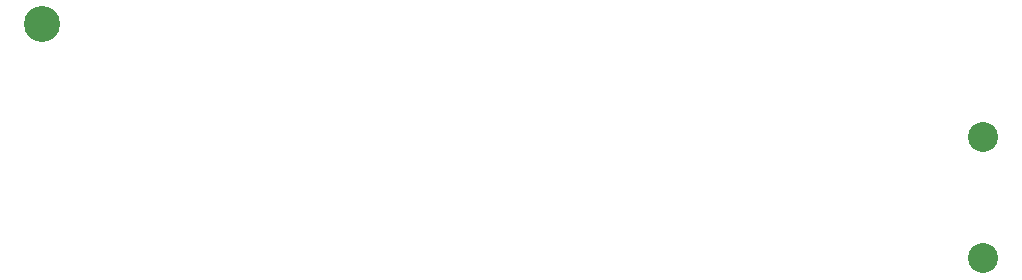
<source format=gbr>
%TF.GenerationSoftware,KiCad,Pcbnew,9.0.0*%
%TF.CreationDate,2025-05-02T12:04:36+02:00*%
%TF.ProjectId,TDK_DCDC_pcb,54444b5f-4443-4444-935f-7063622e6b69,rev?*%
%TF.SameCoordinates,Original*%
%TF.FileFunction,NonPlated,1,2,NPTH,Drill*%
%TF.FilePolarity,Positive*%
%FSLAX46Y46*%
G04 Gerber Fmt 4.6, Leading zero omitted, Abs format (unit mm)*
G04 Created by KiCad (PCBNEW 9.0.0) date 2025-05-02 12:04:36*
%MOMM*%
%LPD*%
G01*
G04 APERTURE LIST*
%TA.AperFunction,ComponentDrill*%
%ADD10C,2.540000*%
%TD*%
%TA.AperFunction,ComponentDrill*%
%ADD11C,3.048000*%
%TD*%
G04 APERTURE END LIST*
D10*
%TO.C,HV_in1*%
X183634999Y-97560000D03*
X183634999Y-107860000D03*
D11*
%TO.C,LV_out1*%
X104010000Y-88030000D03*
M02*

</source>
